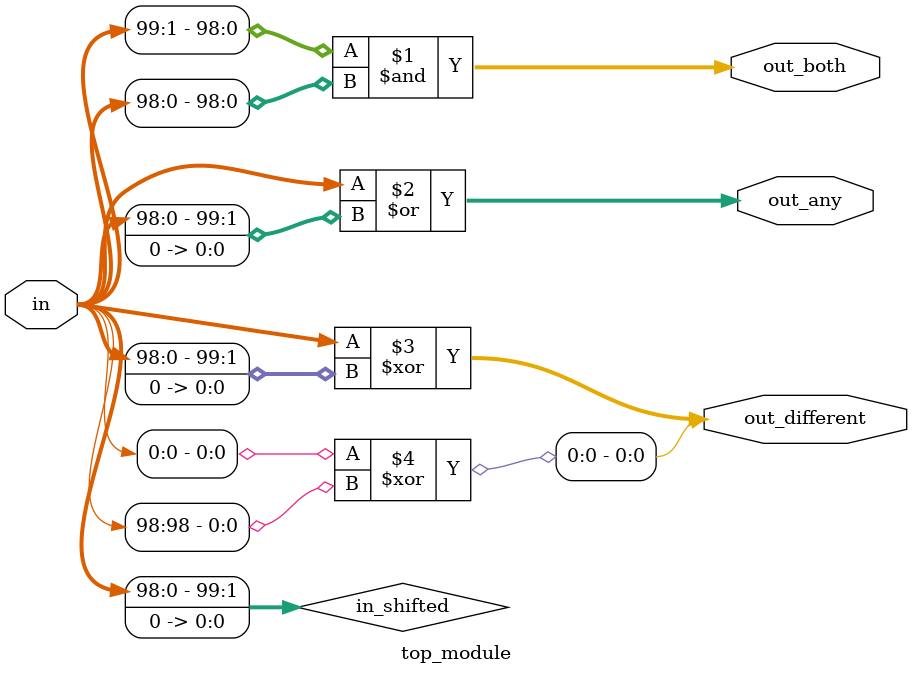
<source format=sv>
module top_module (
    input [99:0] in,
    output [98:0] out_both,
    output [99:0] out_any,
    output [99:0] out_different
);

    // Shift the input vector by 1 bit
    wire [99:0] in_shifted;
    assign in_shifted = {in[98:0], 1'b0};

    // Perform bitwise AND, OR, and XOR operations
    assign out_both = in[99:1] & in_shifted[99:1];
    assign out_any = in | in_shifted;
    assign out_different = in ^ in_shifted;

    // Generate the first bit of out_different
    assign out_different[0] = in[0] ^ in_shifted[99];

endmodule

</source>
